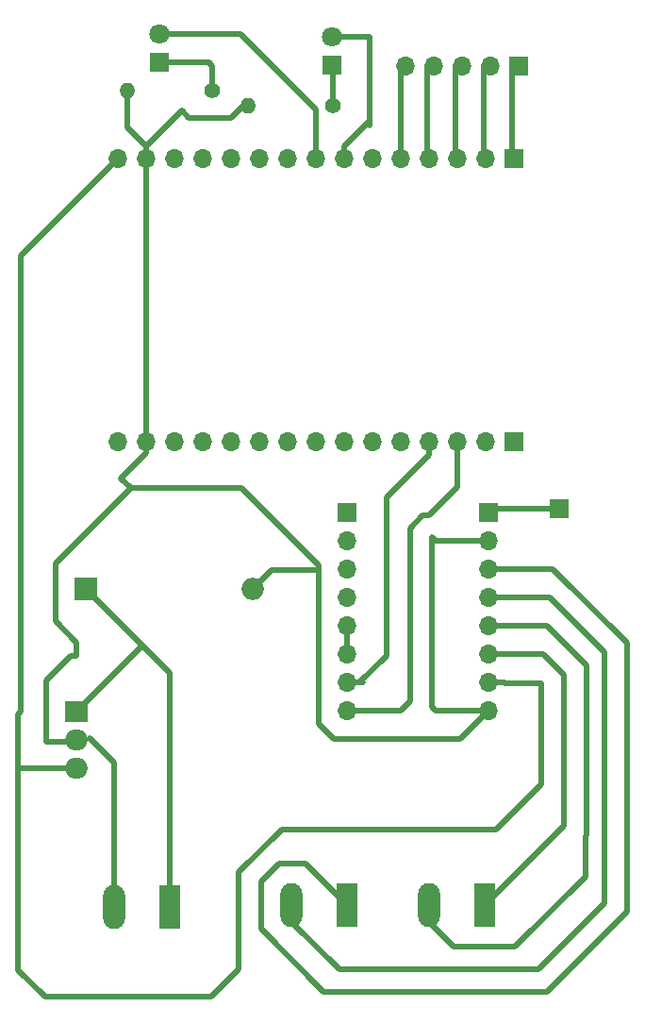
<source format=gbr>
%TF.GenerationSoftware,KiCad,Pcbnew,7.0.5*%
%TF.CreationDate,2023-06-26T04:39:27-05:00*%
%TF.ProjectId,ProyectoAPMKicadAutoroute,50726f79-6563-4746-9f41-504d4b696361,rev?*%
%TF.SameCoordinates,Original*%
%TF.FileFunction,Copper,L2,Bot*%
%TF.FilePolarity,Positive*%
%FSLAX46Y46*%
G04 Gerber Fmt 4.6, Leading zero omitted, Abs format (unit mm)*
G04 Created by KiCad (PCBNEW 7.0.5) date 2023-06-26 04:39:27*
%MOMM*%
%LPD*%
G01*
G04 APERTURE LIST*
%TA.AperFunction,ComponentPad*%
%ADD10R,1.700000X1.700000*%
%TD*%
%TA.AperFunction,ComponentPad*%
%ADD11O,1.700000X1.700000*%
%TD*%
%TA.AperFunction,ComponentPad*%
%ADD12R,1.980000X3.960000*%
%TD*%
%TA.AperFunction,ComponentPad*%
%ADD13O,1.980000X3.960000*%
%TD*%
%TA.AperFunction,ComponentPad*%
%ADD14R,2.000000X2.000000*%
%TD*%
%TA.AperFunction,ComponentPad*%
%ADD15O,2.000000X2.000000*%
%TD*%
%TA.AperFunction,ComponentPad*%
%ADD16O,1.400000X1.400000*%
%TD*%
%TA.AperFunction,ComponentPad*%
%ADD17C,1.400000*%
%TD*%
%TA.AperFunction,ComponentPad*%
%ADD18R,1.800000X1.800000*%
%TD*%
%TA.AperFunction,ComponentPad*%
%ADD19C,1.800000*%
%TD*%
%TA.AperFunction,ComponentPad*%
%ADD20R,2.000000X1.905000*%
%TD*%
%TA.AperFunction,ComponentPad*%
%ADD21O,2.000000X1.905000*%
%TD*%
%TA.AperFunction,Conductor*%
%ADD22C,0.500000*%
%TD*%
G04 APERTURE END LIST*
D10*
%TO.P,J9,1,Pin_1*%
%TO.N,Net-(J4-Pin_1)*%
X133300000Y-116800000D03*
%TD*%
%TO.P,J8,1,Pin_1*%
%TO.N,Net-(J2-Pin_1)*%
X129660000Y-77088800D03*
D11*
%TO.P,J8,2,Pin_2*%
%TO.N,Net-(J2-Pin_2)*%
X127120000Y-77088800D03*
%TO.P,J8,3,Pin_3*%
%TO.N,Net-(J2-Pin_3)*%
X124580000Y-77088800D03*
%TO.P,J8,4,Pin_4*%
%TO.N,Net-(J2-Pin_4)*%
X122040000Y-77088800D03*
%TO.P,J8,5,Pin_5*%
%TO.N,Net-(J2-Pin_5)*%
X119500000Y-77088800D03*
%TD*%
D12*
%TO.P,J7,1,Pin_1*%
%TO.N,12V+*%
X98348800Y-152552400D03*
D13*
%TO.P,J7,2,Pin_2*%
%TO.N,GND*%
X93348800Y-152552400D03*
%TD*%
D14*
%TO.P,C1,1*%
%TO.N,12V+*%
X90830400Y-124002800D03*
D15*
%TO.P,C1,2*%
%TO.N,GND*%
X105830400Y-124002800D03*
%TD*%
D16*
%TO.P,R2,2*%
%TO.N,GND*%
X94590000Y-79300000D03*
D17*
%TO.P,R2,1*%
%TO.N,Net-(De2-K)*%
X102210000Y-79300000D03*
%TD*%
D18*
%TO.P,De2,1,K*%
%TO.N,Net-(De2-K)*%
X97400000Y-76775000D03*
D19*
%TO.P,De2,2,A*%
%TO.N,Net-(De2-A)*%
X97400000Y-74235000D03*
%TD*%
D10*
%TO.P,J4,1,Pin_1*%
%TO.N,Net-(J4-Pin_1)*%
X127000000Y-117125000D03*
D11*
%TO.P,J4,2,Pin_2*%
%TO.N,GND*%
X127000000Y-119665000D03*
%TO.P,J4,3,Pin_3*%
%TO.N,Net-(J4-Pin_3)*%
X127000000Y-122205000D03*
%TO.P,J4,4,Pin_4*%
%TO.N,Net-(J4-Pin_4)*%
X127000000Y-124745000D03*
%TO.P,J4,5,Pin_5*%
%TO.N,Net-(J4-Pin_5)*%
X127000000Y-127285000D03*
%TO.P,J4,6,Pin_6*%
%TO.N,Net-(J4-Pin_6)*%
X127000000Y-129825000D03*
%TO.P,J4,7,Pin_7*%
%TO.N,VDD*%
X127000000Y-132365000D03*
%TO.P,J4,8,Pin_8*%
%TO.N,GND*%
X127000000Y-134905000D03*
%TD*%
D10*
%TO.P,J3,1,Pin_1*%
%TO.N,unconnected-(J3-Pin_1-Pad1)*%
X114300000Y-117125000D03*
D11*
%TO.P,J3,2,Pin_2*%
%TO.N,unconnected-(J3-Pin_2-Pad2)*%
X114300000Y-119665000D03*
%TO.P,J3,3,Pin_3*%
%TO.N,unconnected-(J3-Pin_3-Pad3)*%
X114300000Y-122205000D03*
%TO.P,J3,4,Pin_4*%
%TO.N,unconnected-(J3-Pin_4-Pad4)*%
X114300000Y-124745000D03*
%TO.P,J3,5,Pin_5*%
%TO.N,Net-(J3-Pin_5)*%
X114300000Y-127285000D03*
%TO.P,J3,6,Pin_6*%
X114300000Y-129825000D03*
%TO.P,J3,7,Pin_7*%
%TO.N,step*%
X114300000Y-132365000D03*
%TO.P,J3,8,Pin_8*%
%TO.N,dir*%
X114300000Y-134905000D03*
%TD*%
D19*
%TO.P,De1,2,A*%
%TO.N,Net-(De1-A)*%
X112900000Y-74435000D03*
D18*
%TO.P,De1,1,K*%
%TO.N,Net-(De1-K)*%
X112900000Y-76975000D03*
%TD*%
D12*
%TO.P,J5,1,Pin_1*%
%TO.N,Net-(J4-Pin_3)*%
X114300000Y-152400000D03*
D13*
%TO.P,J5,2,Pin_2*%
%TO.N,Net-(J4-Pin_4)*%
X109300000Y-152400000D03*
%TD*%
D10*
%TO.P,J1,1,Pin_1*%
%TO.N,unconnected-(J1-Pin_1-Pad1)*%
X129260000Y-110800000D03*
D11*
%TO.P,J1,2,Pin_2*%
%TO.N,unconnected-(J1-Pin_2-Pad2)*%
X126720000Y-110800000D03*
%TO.P,J1,3,Pin_3*%
%TO.N,dir*%
X124180000Y-110800000D03*
%TO.P,J1,4,Pin_4*%
%TO.N,step*%
X121640000Y-110800000D03*
%TO.P,J1,5,Pin_5*%
%TO.N,unconnected-(J1-Pin_5-Pad5)*%
X119100000Y-110800000D03*
%TO.P,J1,6,Pin_6*%
%TO.N,unconnected-(J1-Pin_6-Pad6)*%
X116560000Y-110800000D03*
%TO.P,J1,7,Pin_7*%
%TO.N,unconnected-(J1-Pin_7-Pad7)*%
X114020000Y-110800000D03*
%TO.P,J1,8,Pin_8*%
%TO.N,unconnected-(J1-Pin_8-Pad8)*%
X111480000Y-110800000D03*
%TO.P,J1,9,Pin_9*%
%TO.N,unconnected-(J1-Pin_9-Pad9)*%
X108940000Y-110800000D03*
%TO.P,J1,10,Pin_10*%
%TO.N,unconnected-(J1-Pin_10-Pad10)*%
X106400000Y-110800000D03*
%TO.P,J1,11,Pin_11*%
%TO.N,unconnected-(J1-Pin_11-Pad11)*%
X103860000Y-110800000D03*
%TO.P,J1,12,Pin_12*%
%TO.N,unconnected-(J1-Pin_12-Pad12)*%
X101320000Y-110800000D03*
%TO.P,J1,13,Pin_13*%
%TO.N,unconnected-(J1-Pin_13-Pad13)*%
X98780000Y-110800000D03*
%TO.P,J1,14,Pin_14*%
%TO.N,GND*%
X96240000Y-110800000D03*
%TO.P,J1,15,Pin_15*%
%TO.N,unconnected-(J1-Pin_15-Pad15)*%
X93700000Y-110800000D03*
%TD*%
D16*
%TO.P,R1,2*%
%TO.N,GND*%
X105390000Y-80650000D03*
D17*
%TO.P,R1,1*%
%TO.N,Net-(De1-K)*%
X113010000Y-80650000D03*
%TD*%
D20*
%TO.P,U1,1,VI*%
%TO.N,12V+*%
X90000000Y-135000000D03*
D21*
%TO.P,U1,2,GND*%
%TO.N,GND*%
X90000000Y-137540000D03*
%TO.P,U1,3,VO*%
%TO.N,VDD*%
X90000000Y-140080000D03*
%TD*%
D12*
%TO.P,J6,1,Pin_1*%
%TO.N,Net-(J4-Pin_6)*%
X126620000Y-152400000D03*
D13*
%TO.P,J6,2,Pin_2*%
%TO.N,Net-(J4-Pin_5)*%
X121620000Y-152400000D03*
%TD*%
D10*
%TO.P,J2,1,Pin_1*%
%TO.N,Net-(J2-Pin_1)*%
X129260000Y-85420000D03*
D11*
%TO.P,J2,2,Pin_2*%
%TO.N,Net-(J2-Pin_2)*%
X126720000Y-85420000D03*
%TO.P,J2,3,Pin_3*%
%TO.N,Net-(J2-Pin_3)*%
X124180000Y-85420000D03*
%TO.P,J2,4,Pin_4*%
%TO.N,Net-(J2-Pin_4)*%
X121640000Y-85420000D03*
%TO.P,J2,5,Pin_5*%
%TO.N,Net-(J2-Pin_5)*%
X119100000Y-85420000D03*
%TO.P,J2,6,Pin_6*%
%TO.N,unconnected-(J2-Pin_6-Pad6)*%
X116560000Y-85420000D03*
%TO.P,J2,7,Pin_7*%
%TO.N,Net-(De1-A)*%
X114020000Y-85420000D03*
%TO.P,J2,8,Pin_8*%
%TO.N,Net-(De2-A)*%
X111480000Y-85420000D03*
%TO.P,J2,9,Pin_9*%
%TO.N,unconnected-(J2-Pin_9-Pad9)*%
X108940000Y-85420000D03*
%TO.P,J2,10,Pin_10*%
%TO.N,unconnected-(J2-Pin_10-Pad10)*%
X106400000Y-85420000D03*
%TO.P,J2,11,Pin_11*%
%TO.N,unconnected-(J2-Pin_11-Pad11)*%
X103860000Y-85420000D03*
%TO.P,J2,12,Pin_12*%
%TO.N,unconnected-(J2-Pin_12-Pad12)*%
X101320000Y-85420000D03*
%TO.P,J2,13,Pin_13*%
%TO.N,unconnected-(J2-Pin_13-Pad13)*%
X98780000Y-85420000D03*
%TO.P,J2,14,Pin_14*%
%TO.N,GND*%
X96240000Y-85420000D03*
%TO.P,J2,15,Pin_15*%
%TO.N,VDD*%
X93700000Y-85420000D03*
%TD*%
D22*
%TO.N,dir*%
X124180000Y-114884800D02*
X121684800Y-117380000D01*
X124180000Y-110800000D02*
X124180000Y-114884800D01*
%TO.N,step*%
X115376956Y-132425000D02*
X114360000Y-132425000D01*
X117800000Y-130001956D02*
X115376956Y-132425000D01*
X121640000Y-111960000D02*
X117800000Y-115800000D01*
X117800000Y-115800000D02*
X117800000Y-130001956D01*
X114360000Y-132425000D02*
X114300000Y-132365000D01*
X121640000Y-110800000D02*
X121640000Y-111960000D01*
%TO.N,dir*%
X119095000Y-134905000D02*
X114300000Y-134905000D01*
X121684800Y-117380000D02*
X121091573Y-117380000D01*
X121091573Y-117380000D02*
X119920000Y-118551573D01*
X119920000Y-118551573D02*
X119920000Y-134080000D01*
X119920000Y-134080000D02*
X119095000Y-134905000D01*
%TO.N,Net-(J2-Pin_4)*%
X121436800Y-85216800D02*
X121436800Y-77088800D01*
X121640000Y-85420000D02*
X121436800Y-85216800D01*
%TO.N,Net-(J2-Pin_5)*%
X119100000Y-77488800D02*
X119500000Y-77088800D01*
X119100000Y-85420000D02*
X119100000Y-77488800D01*
%TO.N,Net-(De1-K)*%
X113010000Y-80650000D02*
X113010000Y-79550000D01*
X113010000Y-80200000D02*
X113010000Y-79550000D01*
X113010000Y-79550000D02*
X113010000Y-77085000D01*
%TO.N,GND*%
X104940000Y-80650000D02*
X104845000Y-80745000D01*
X105390000Y-80650000D02*
X104940000Y-80650000D01*
X104845000Y-80745000D02*
X105390000Y-80200000D01*
X103840000Y-81750000D02*
X104845000Y-80745000D01*
X100073044Y-81750000D02*
X103840000Y-81750000D01*
X99423044Y-81100000D02*
X100073044Y-81750000D01*
%TO.N,Net-(De1-K)*%
X113010000Y-77085000D02*
X112900000Y-76975000D01*
%TO.N,Net-(J2-Pin_5)*%
X119100000Y-85420000D02*
X119500000Y-85020000D01*
%TO.N,VDD*%
X85000000Y-135000000D02*
X85000000Y-94120000D01*
X85000000Y-94120000D02*
X93700000Y-85420000D01*
X84750000Y-135250000D02*
X85000000Y-135000000D01*
X84750000Y-140000000D02*
X84750000Y-135250000D01*
%TO.N,GND*%
X88080400Y-121723600D02*
X94854000Y-114950000D01*
X88080400Y-126919600D02*
X88080400Y-121723600D01*
X90000000Y-130000000D02*
X90000000Y-128839200D01*
X90000000Y-128839200D02*
X88080400Y-126919600D01*
X89500000Y-130000000D02*
X90000000Y-130000000D01*
X87250000Y-132250000D02*
X89500000Y-130000000D01*
X87250000Y-137702500D02*
X87250000Y-132250000D01*
X90000000Y-137540000D02*
X90000000Y-137702500D01*
X90000000Y-137702500D02*
X87250000Y-137702500D01*
%TO.N,VDD*%
X90000000Y-140080000D02*
X84830000Y-140080000D01*
X84830000Y-140080000D02*
X84750000Y-140000000D01*
X84750000Y-158178000D02*
X84750000Y-140000000D01*
%TO.N,12V+*%
X95913800Y-129086200D02*
X90830400Y-124002800D01*
X98348800Y-131521200D02*
X95913800Y-129086200D01*
X90000000Y-135000000D02*
X95913800Y-129086200D01*
%TO.N,GND*%
X93348800Y-139559388D02*
X91166912Y-137377500D01*
X93348800Y-152552400D02*
X93348800Y-139559388D01*
%TO.N,Net-(J4-Pin_5)*%
X121620000Y-153870000D02*
X121620000Y-152400000D01*
X135700000Y-149790000D02*
X129360000Y-156130000D01*
X135750000Y-146098427D02*
X135700000Y-146148427D01*
X123880000Y-156130000D02*
X121620000Y-153870000D01*
X135750000Y-130843146D02*
X135750000Y-146098427D01*
X132191855Y-127285000D02*
X135750000Y-130843146D01*
X135700000Y-146148427D02*
X135700000Y-149790000D01*
X129360000Y-156130000D02*
X123880000Y-156130000D01*
X127000000Y-127285000D02*
X132191855Y-127285000D01*
%TO.N,Net-(De2-K)*%
X102210000Y-77110000D02*
X102000000Y-76900000D01*
X102210000Y-79300000D02*
X102210000Y-77110000D01*
X101875000Y-76775000D02*
X102000000Y-76900000D01*
X97400000Y-76775000D02*
X101875000Y-76775000D01*
%TO.N,Net-(De2-A)*%
X97400000Y-74235000D02*
X104735000Y-74235000D01*
X104800000Y-74300000D02*
X111480000Y-80980000D01*
X104735000Y-74235000D02*
X104800000Y-74300000D01*
%TO.N,Net-(De1-A)*%
X114020000Y-84280000D02*
X116300000Y-82000000D01*
X114020000Y-85420000D02*
X114020000Y-84280000D01*
X116300000Y-74500000D02*
X116300000Y-82400000D01*
X116235000Y-74435000D02*
X116300000Y-74500000D01*
X112900000Y-74435000D02*
X116235000Y-74435000D01*
%TO.N,Net-(De1-K)*%
X113010000Y-80390000D02*
X113000000Y-80400000D01*
X113010000Y-80390000D02*
X113010000Y-80200000D01*
%TO.N,GND*%
X94590000Y-79300000D02*
X94590000Y-82633044D01*
X94590000Y-82633044D02*
X96240000Y-84283044D01*
X96240000Y-84283044D02*
X96240000Y-85420000D01*
X99423044Y-81100000D02*
X96240000Y-84283044D01*
%TO.N,Net-(De2-A)*%
X111480000Y-80980000D02*
X111480000Y-85420000D01*
%TO.N,Net-(J4-Pin_3)*%
X132768709Y-122205000D02*
X127000000Y-122205000D01*
X139400000Y-128836290D02*
X132768709Y-122205000D01*
X132258428Y-160130000D02*
X139400000Y-152988428D01*
X139400000Y-152988428D02*
X139400000Y-128836290D01*
X106560000Y-154524945D02*
X112165055Y-160130000D01*
X108165055Y-148670000D02*
X106560000Y-150275055D01*
X110570000Y-148670000D02*
X108165055Y-148670000D01*
X106560000Y-150275055D02*
X106560000Y-154524945D01*
X114300000Y-152400000D02*
X110570000Y-148670000D01*
X112165055Y-160130000D02*
X132258428Y-160130000D01*
%TO.N,Net-(J4-Pin_4)*%
X137400000Y-152160000D02*
X131430000Y-158130000D01*
X109300000Y-153870000D02*
X109300000Y-152400000D01*
X137400000Y-129664717D02*
X137400000Y-152160000D01*
X131430000Y-158130000D02*
X113560000Y-158130000D01*
X113560000Y-158130000D02*
X109300000Y-153870000D01*
X132480283Y-124745000D02*
X137400000Y-129664717D01*
X127000000Y-124745000D02*
X132480283Y-124745000D01*
%TO.N,GND*%
X96240000Y-111816000D02*
X96240000Y-103200000D01*
X93980000Y-114076000D02*
X96240000Y-111816000D01*
%TO.N,Net-(J4-Pin_1)*%
X133300000Y-116800000D02*
X127325000Y-116800000D01*
X127325000Y-116800000D02*
X127000000Y-117125000D01*
%TO.N,VDD*%
X87172000Y-160600000D02*
X84750000Y-158178000D01*
X104560000Y-158126800D02*
X102086800Y-160600000D01*
X108413828Y-145592800D02*
X104560000Y-149446628D01*
X104560000Y-149446628D02*
X104560000Y-158126800D01*
X131750000Y-141500000D02*
X127657200Y-145592800D01*
X102086800Y-160600000D02*
X87172000Y-160600000D01*
X131750000Y-132500000D02*
X131750000Y-141500000D01*
X128500000Y-132500000D02*
X131750000Y-132500000D01*
X127657200Y-145592800D02*
X108413828Y-145592800D01*
X127000000Y-132365000D02*
X128365000Y-132365000D01*
X128365000Y-132365000D02*
X128500000Y-132500000D01*
%TO.N,Net-(J2-Pin_1)*%
X129056800Y-77088800D02*
X129056800Y-85216800D01*
X129056800Y-85216800D02*
X129260000Y-85420000D01*
%TO.N,Net-(J2-Pin_2)*%
X126516800Y-85216800D02*
X126720000Y-85420000D01*
X126516800Y-77088800D02*
X126516800Y-85216800D01*
%TO.N,Net-(J2-Pin_3)*%
X123976800Y-85216800D02*
X124180000Y-85420000D01*
X123976800Y-77088800D02*
X123976800Y-85216800D01*
%TO.N,Net-(J2-Pin_5)*%
X118896800Y-85216800D02*
X119100000Y-85420000D01*
%TO.N,12V+*%
X98348800Y-152552400D02*
X98348800Y-131521200D01*
%TO.N,GND*%
X107506800Y-122326400D02*
X111700000Y-122326400D01*
X105830400Y-124002800D02*
X107506800Y-122326400D01*
X111700000Y-136140000D02*
X111700000Y-122326400D01*
X111700000Y-122326400D02*
X111700000Y-121860000D01*
%TO.N,Net-(J3-Pin_5)*%
X114300000Y-127285000D02*
X114300000Y-129825000D01*
%TO.N,step*%
X114300000Y-132365000D02*
X115742200Y-132365000D01*
%TO.N,GND*%
X93980000Y-114076000D02*
X94854000Y-114950000D01*
X104790000Y-114950000D02*
X94854000Y-114950000D01*
X111700000Y-121860000D02*
X104790000Y-114950000D01*
X113065000Y-137505000D02*
X111700000Y-136140000D01*
X127000000Y-134905000D02*
X124400000Y-137505000D01*
X124400000Y-137505000D02*
X113065000Y-137505000D01*
X96240000Y-85420000D02*
X96240000Y-103200000D01*
%TO.N,Net-(J4-Pin_6)*%
X133750000Y-145270000D02*
X126620000Y-152400000D01*
X133750000Y-131671573D02*
X133750000Y-145270000D01*
X131903427Y-129825000D02*
X133750000Y-131671573D01*
X127000000Y-129825000D02*
X131903427Y-129825000D01*
%TO.N,GND*%
X122205000Y-119665000D02*
X127000000Y-119665000D01*
X121920000Y-119380000D02*
X122205000Y-119665000D01*
X122205000Y-134905000D02*
X121920000Y-134620000D01*
X121920000Y-134620000D02*
X121920000Y-119380000D01*
X127000000Y-134905000D02*
X122205000Y-134905000D01*
%TD*%
M02*

</source>
